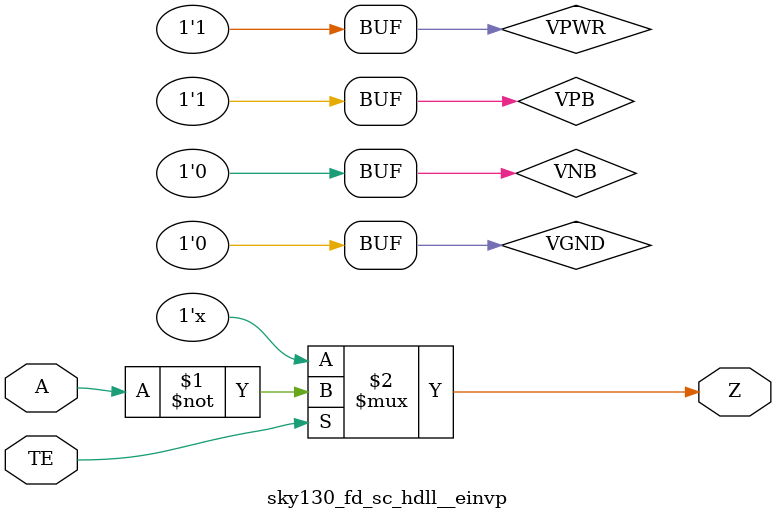
<source format=v>
/*
 * Copyright 2020 The SkyWater PDK Authors
 *
 * Licensed under the Apache License, Version 2.0 (the "License");
 * you may not use this file except in compliance with the License.
 * You may obtain a copy of the License at
 *
 *     https://www.apache.org/licenses/LICENSE-2.0
 *
 * Unless required by applicable law or agreed to in writing, software
 * distributed under the License is distributed on an "AS IS" BASIS,
 * WITHOUT WARRANTIES OR CONDITIONS OF ANY KIND, either express or implied.
 * See the License for the specific language governing permissions and
 * limitations under the License.
 *
 * SPDX-License-Identifier: Apache-2.0
*/


`ifndef SKY130_FD_SC_HDLL__EINVP_BEHAVIORAL_V
`define SKY130_FD_SC_HDLL__EINVP_BEHAVIORAL_V

/**
 * einvp: Tri-state inverter, positive enable.
 *
 * Verilog simulation functional model.
 */

`timescale 1ns / 1ps
`default_nettype none

`celldefine
module sky130_fd_sc_hdll__einvp (
    Z ,
    A ,
    TE
);

    // Module ports
    output Z ;
    input  A ;
    input  TE;

    // Module supplies
    supply1 VPWR;
    supply0 VGND;
    supply1 VPB ;
    supply0 VNB ;

    //     Name     Output  Other arguments
    notif1 notif10 (Z     , A, TE          );

endmodule
`endcelldefine

`default_nettype wire
`endif  // SKY130_FD_SC_HDLL__EINVP_BEHAVIORAL_V
</source>
